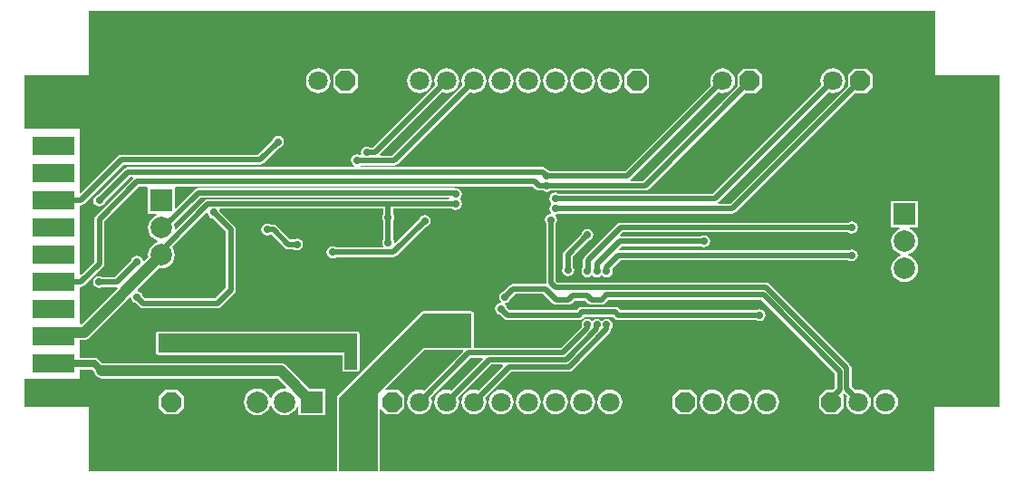
<source format=gbl>
G04*
G04 #@! TF.GenerationSoftware,Altium Limited,Altium Designer,19.1.8 (144)*
G04*
G04 Layer_Physical_Order=2*
G04 Layer_Color=16711680*
%FSLAX44Y44*%
%MOMM*%
G71*
G01*
G75*
%ADD43R,4.0000X1.8000*%
%ADD49C,0.5000*%
%ADD50C,0.7000*%
%ADD51C,1.0000*%
%ADD53R,2.0000X2.0000*%
%ADD54C,2.0000*%
%ADD55R,2.0000X2.0000*%
%ADD56P,1.9483X8X22.5*%
%ADD57C,1.8000*%
%ADD58C,0.7000*%
G36*
X856000Y375000D02*
X916000D01*
Y65000D01*
X855000D01*
Y5000D01*
X337039D01*
X337039Y62615D01*
X338309Y63141D01*
X342950Y58500D01*
X354450D01*
X360200Y64250D01*
Y75750D01*
X354450Y81500D01*
X343180D01*
X342444Y82560D01*
X378433Y118549D01*
X414501D01*
X414987Y117376D01*
X378313Y80702D01*
X377102Y81204D01*
X374100Y81599D01*
X371098Y81204D01*
X368300Y80045D01*
X365898Y78202D01*
X364055Y75799D01*
X362896Y73002D01*
X362501Y70000D01*
X362896Y66998D01*
X364055Y64200D01*
X365898Y61798D01*
X368300Y59955D01*
X371098Y58796D01*
X374100Y58401D01*
X377102Y58796D01*
X379900Y59955D01*
X382302Y61798D01*
X384145Y64200D01*
X385304Y66998D01*
X385699Y70000D01*
X385304Y73002D01*
X384802Y74213D01*
X422001Y111412D01*
X432764D01*
X433250Y110239D01*
X403713Y80702D01*
X402502Y81204D01*
X399500Y81599D01*
X396498Y81204D01*
X393700Y80045D01*
X391298Y78202D01*
X389455Y75799D01*
X388296Y73002D01*
X387901Y70000D01*
X388296Y66998D01*
X389455Y64200D01*
X391298Y61798D01*
X393700Y59955D01*
X396498Y58796D01*
X399500Y58401D01*
X402502Y58796D01*
X405300Y59955D01*
X407702Y61798D01*
X409545Y64200D01*
X410704Y66998D01*
X411099Y70000D01*
X410704Y73002D01*
X410202Y74213D01*
X440901Y104912D01*
X451664D01*
X452150Y103738D01*
X429114Y80702D01*
X427902Y81204D01*
X424900Y81599D01*
X421898Y81204D01*
X419100Y80045D01*
X416698Y78202D01*
X414855Y75799D01*
X413696Y73002D01*
X413301Y70000D01*
X413696Y66998D01*
X414855Y64200D01*
X416698Y61798D01*
X419100Y59955D01*
X421898Y58796D01*
X424900Y58401D01*
X427902Y58796D01*
X430700Y59955D01*
X433102Y61798D01*
X434945Y64200D01*
X436104Y66998D01*
X436499Y70000D01*
X436104Y73002D01*
X435602Y74213D01*
X459801Y98412D01*
X513692D01*
X515448Y98761D01*
X516937Y99756D01*
X551862Y134681D01*
X552856Y136169D01*
X553205Y137925D01*
Y138394D01*
X554181Y139854D01*
X554608Y142000D01*
X554181Y144146D01*
X552965Y145965D01*
X551146Y147181D01*
X549000Y147608D01*
X546854Y147181D01*
X545035Y145965D01*
X544501Y146046D01*
X543648Y146176D01*
X542772Y146761D01*
X542145Y147180D01*
X539999Y147607D01*
X537853Y147180D01*
X536351Y146177D01*
X534965Y145965D01*
X533146Y147181D01*
X531000Y147608D01*
X528854Y147181D01*
X527035Y145965D01*
X525819Y144146D01*
X525392Y142000D01*
X525795Y139976D01*
X506407Y120588D01*
X424900D01*
Y152756D01*
X424745Y153536D01*
X424303Y154198D01*
X423641Y154640D01*
X422861Y154795D01*
X377756D01*
X376975Y154640D01*
X376314Y154198D01*
X376314Y154198D01*
X317558Y95442D01*
X297558Y75442D01*
X297116Y74780D01*
X296961Y74000D01*
X296961Y5000D01*
X296961Y5000D01*
X65000D01*
Y65000D01*
X5000D01*
Y92000D01*
X57000D01*
Y100142D01*
X67927D01*
X70072Y97998D01*
X70180Y97173D01*
X70886Y95470D01*
X72008Y94008D01*
X73470Y92886D01*
X75173Y92180D01*
X77000Y91940D01*
X241475D01*
X249835Y83579D01*
X249274Y82440D01*
X248000Y82608D01*
X244736Y82178D01*
X241696Y80919D01*
X239084Y78915D01*
X237081Y76304D01*
X235951Y73577D01*
X235950Y73577D01*
X234650D01*
X234648Y73577D01*
X233518Y76304D01*
X231515Y78915D01*
X228904Y80919D01*
X225863Y82178D01*
X222600Y82608D01*
X219336Y82178D01*
X216296Y80919D01*
X213685Y78915D01*
X211681Y76304D01*
X210421Y73263D01*
X209992Y70000D01*
X210421Y66737D01*
X211681Y63696D01*
X213685Y61085D01*
X216296Y59081D01*
X219336Y57822D01*
X222600Y57392D01*
X225863Y57822D01*
X228904Y59081D01*
X231515Y61085D01*
X233518Y63696D01*
X234648Y66423D01*
X234650Y66423D01*
X235950D01*
X235951Y66423D01*
X237081Y63696D01*
X239084Y61085D01*
X241696Y59081D01*
X244736Y57822D01*
X248000Y57392D01*
X251263Y57822D01*
X254303Y59081D01*
X256915Y61085D01*
X258918Y63696D01*
X259630Y65413D01*
X260900Y65160D01*
Y57500D01*
X285900D01*
Y82500D01*
X270884D01*
X249392Y103993D01*
X247930Y105114D01*
X246227Y105820D01*
X244400Y106060D01*
X77870D01*
X74215Y109715D01*
X72396Y110931D01*
X70250Y111357D01*
X57000D01*
Y128089D01*
X60850D01*
X62677Y128330D01*
X64380Y129035D01*
X65842Y130157D01*
X103195Y167510D01*
X104573Y167092D01*
X104819Y165854D01*
X106035Y164035D01*
X107854Y162819D01*
X108900Y162611D01*
X112756Y158756D01*
X114244Y157761D01*
X116000Y157412D01*
X185000D01*
X186756Y157761D01*
X188244Y158756D01*
X201244Y171756D01*
X202239Y173244D01*
X202588Y175000D01*
Y231000D01*
X202239Y232756D01*
X201244Y234244D01*
X187389Y248100D01*
X187181Y249146D01*
X187083Y249292D01*
X187682Y250412D01*
X340412D01*
Y245533D01*
X339819Y244646D01*
X339392Y242500D01*
X339819Y240354D01*
X340412Y239467D01*
Y222033D01*
X339819Y221146D01*
X339392Y219000D01*
X339819Y216854D01*
X340636Y215632D01*
X339957Y214362D01*
X296033D01*
X295146Y214955D01*
X293000Y215382D01*
X290854Y214955D01*
X289035Y213739D01*
X287819Y211920D01*
X287392Y209774D01*
X287819Y207628D01*
X289035Y205809D01*
X290854Y204593D01*
X293000Y204166D01*
X295146Y204593D01*
X296033Y205186D01*
X349774D01*
X351530Y205535D01*
X353018Y206530D01*
X380100Y233611D01*
X381146Y233819D01*
X382965Y235035D01*
X384181Y236854D01*
X384608Y239000D01*
X384181Y241146D01*
X382965Y242965D01*
X381146Y244181D01*
X379000Y244608D01*
X376854Y244181D01*
X375035Y242965D01*
X373819Y241146D01*
X373611Y240100D01*
X351752Y218240D01*
X350581Y218866D01*
X350608Y219000D01*
X350181Y221146D01*
X349588Y222033D01*
Y239467D01*
X350181Y240354D01*
X350608Y242500D01*
X350181Y244646D01*
X349588Y245533D01*
Y250412D01*
X404967D01*
X405854Y249819D01*
X408000Y249392D01*
X410146Y249819D01*
X411965Y251035D01*
X413181Y252854D01*
X413608Y255000D01*
X413181Y257146D01*
X411965Y258965D01*
Y260035D01*
X413181Y261854D01*
X413608Y264000D01*
X413181Y266146D01*
X411965Y267965D01*
X410146Y269181D01*
X408644Y269480D01*
X408256Y269739D01*
X406500Y270088D01*
X167471D01*
X165715Y269739D01*
X164227Y268744D01*
X146673Y251191D01*
X145500Y251677D01*
Y270600D01*
X146434Y271412D01*
X480099D01*
X482756Y268756D01*
X484244Y267761D01*
X486000Y267412D01*
X489966D01*
X490853Y266819D01*
X492999Y266392D01*
X495145Y266819D01*
X496032Y267412D01*
X584800D01*
X586556Y267761D01*
X588044Y268756D01*
X677789Y358500D01*
X688550D01*
X694300Y364250D01*
Y375750D01*
X688550Y381500D01*
X677050D01*
X671300Y375750D01*
Y364989D01*
X582900Y276588D01*
X572183D01*
X571796Y277427D01*
X571747Y277858D01*
X653186Y359298D01*
X654398Y358796D01*
X657400Y358401D01*
X660402Y358796D01*
X663200Y359955D01*
X665602Y361798D01*
X667445Y364200D01*
X668604Y366998D01*
X668999Y370000D01*
X668604Y373002D01*
X667445Y375800D01*
X665602Y378202D01*
X663200Y380045D01*
X660402Y381204D01*
X657400Y381599D01*
X654398Y381204D01*
X651600Y380045D01*
X649198Y378202D01*
X647355Y375800D01*
X646196Y373002D01*
X645801Y370000D01*
X646196Y366998D01*
X646698Y365786D01*
X566499Y285588D01*
X496032D01*
X495145Y286181D01*
X494099Y286389D01*
X492243Y288244D01*
X490755Y289239D01*
X488999Y289588D01*
X319587D01*
X319145Y290858D01*
X319213Y290912D01*
X350400D01*
X352156Y291261D01*
X353644Y292256D01*
X420686Y359298D01*
X421898Y358796D01*
X424900Y358401D01*
X427902Y358796D01*
X430700Y359955D01*
X433102Y361798D01*
X434945Y364200D01*
X436104Y366998D01*
X436499Y370000D01*
X436104Y373002D01*
X434945Y375799D01*
X433102Y378202D01*
X430700Y380045D01*
X427902Y381204D01*
X424900Y381599D01*
X421898Y381204D01*
X419100Y380045D01*
X416698Y378202D01*
X414855Y375799D01*
X413696Y373002D01*
X413301Y370000D01*
X413696Y366998D01*
X414198Y365786D01*
X348500Y300088D01*
X337736D01*
X337250Y301262D01*
X395286Y359298D01*
X396498Y358796D01*
X399500Y358401D01*
X402502Y358796D01*
X405300Y359955D01*
X407702Y361798D01*
X409545Y364200D01*
X410704Y366998D01*
X411099Y370000D01*
X410704Y373002D01*
X409545Y375799D01*
X407702Y378202D01*
X405300Y380045D01*
X402502Y381204D01*
X399500Y381599D01*
X396498Y381204D01*
X393700Y380045D01*
X391298Y378202D01*
X389455Y375799D01*
X388296Y373002D01*
X387901Y370000D01*
X388296Y366998D01*
X388798Y365786D01*
X330600Y307588D01*
X328034D01*
X327146Y308181D01*
X325000Y308608D01*
X322854Y308181D01*
X321035Y306965D01*
X319820Y305146D01*
X319393Y303000D01*
X319719Y301358D01*
X319671Y301233D01*
X318667Y300467D01*
X317742Y301085D01*
X315596Y301512D01*
X313450Y301085D01*
X311630Y299870D01*
X310415Y298050D01*
X309988Y295904D01*
X310415Y293758D01*
X311630Y291939D01*
X313248Y290858D01*
X313174Y289966D01*
X313037Y289588D01*
X101900D01*
X100144Y289239D01*
X98656Y288244D01*
X73900Y263489D01*
X72854Y263281D01*
X71035Y262065D01*
X69819Y260246D01*
X69392Y258100D01*
X69819Y255954D01*
X71035Y254135D01*
X72854Y252919D01*
X75000Y252492D01*
X77146Y252919D01*
X78965Y254135D01*
X80181Y255954D01*
X80389Y257000D01*
X103801Y280412D01*
X106217D01*
X106604Y279573D01*
X106653Y279142D01*
X71756Y244244D01*
X70761Y242756D01*
X70412Y241000D01*
Y201100D01*
X58173Y188862D01*
X57000Y189348D01*
Y253562D01*
X57700D01*
X59456Y253911D01*
X60944Y254905D01*
X97760Y291721D01*
X225309D01*
X227064Y292070D01*
X228553Y293064D01*
X243100Y307611D01*
X244146Y307819D01*
X245965Y309035D01*
X247181Y310854D01*
X247608Y313000D01*
X247181Y315146D01*
X245965Y316965D01*
X244146Y318181D01*
X242000Y318608D01*
X239854Y318181D01*
X238035Y316965D01*
X236819Y315146D01*
X236611Y314100D01*
X223408Y300897D01*
X95859D01*
X94103Y300548D01*
X92615Y299553D01*
X58173Y265112D01*
X57000Y265598D01*
Y325000D01*
X5000D01*
Y375000D01*
X65000D01*
Y435000D01*
X856000D01*
Y375000D01*
D02*
G37*
G36*
X402105Y260858D02*
X401386Y259588D01*
X176513D01*
X174757Y259239D01*
X173269Y258244D01*
X146684Y231659D01*
X145545Y232221D01*
X145608Y232700D01*
X145178Y235963D01*
X144957Y236497D01*
X169371Y260912D01*
X402073D01*
X402105Y260858D01*
D02*
G37*
G36*
X120500Y270600D02*
Y245600D01*
X128160D01*
X128413Y244330D01*
X126696Y243619D01*
X124085Y241615D01*
X122081Y239004D01*
X120822Y235963D01*
X120392Y232700D01*
X120822Y229437D01*
X122081Y226396D01*
X124085Y223785D01*
X126696Y221781D01*
X129423Y220652D01*
X129423Y220650D01*
Y219350D01*
X129423Y219348D01*
X126696Y218218D01*
X124085Y216215D01*
X122081Y213604D01*
X120822Y210563D01*
X120392Y207300D01*
X120697Y204982D01*
X116976Y201261D01*
X115598Y201679D01*
X115306Y203146D01*
X114090Y204965D01*
X112271Y206181D01*
X110125Y206608D01*
X107979Y206181D01*
X106160Y204965D01*
X104944Y203146D01*
X104767Y202256D01*
X89150Y186638D01*
X77883D01*
X76996Y187231D01*
X74850Y187658D01*
X72704Y187231D01*
X70884Y186015D01*
X69669Y184196D01*
X69242Y182050D01*
X69669Y179904D01*
X70884Y178085D01*
X72704Y176869D01*
X74850Y176442D01*
X76996Y176869D01*
X77883Y177462D01*
X91050D01*
X91463Y177544D01*
X92089Y176374D01*
X58270Y142555D01*
X57000Y143042D01*
Y177312D01*
X57700D01*
X59456Y177661D01*
X60944Y178655D01*
X78244Y195955D01*
X79239Y197444D01*
X79588Y199200D01*
Y239100D01*
X111901Y271412D01*
X119566D01*
X120500Y270600D01*
D02*
G37*
G36*
X176460Y246662D02*
X176819Y244854D01*
X178035Y243035D01*
X179854Y241819D01*
X180900Y241611D01*
X193412Y229100D01*
Y176901D01*
X183099Y166588D01*
X117900D01*
X115389Y169100D01*
X115181Y170146D01*
X113965Y171965D01*
X112146Y173181D01*
X110908Y173427D01*
X110490Y174805D01*
X130682Y194997D01*
X133000Y194692D01*
X136263Y195121D01*
X139304Y196381D01*
X141915Y198385D01*
X143919Y200996D01*
X145178Y204037D01*
X145608Y207300D01*
X145178Y210563D01*
X143919Y213604D01*
X142914Y214912D01*
X175244Y247242D01*
X176460Y246662D01*
D02*
G37*
G36*
X422861Y120588D02*
X377588D01*
X335000Y78000D01*
X335000Y5000D01*
X299000Y5000D01*
X299000Y74000D01*
X319000Y94000D01*
X377756Y152756D01*
X422861D01*
Y120588D01*
D02*
G37*
%LPC*%
G36*
X310750Y381500D02*
X299250D01*
X293500Y375750D01*
Y364250D01*
X299250Y358500D01*
X310750D01*
X316500Y364250D01*
Y375750D01*
X310750Y381500D01*
D02*
G37*
G36*
X583050Y381500D02*
X571550D01*
X565800Y375750D01*
Y364250D01*
X571550Y358500D01*
X583050D01*
X588800Y364250D01*
Y375750D01*
X583050Y381500D01*
D02*
G37*
G36*
X279600Y381599D02*
X276598Y381204D01*
X273800Y380045D01*
X271398Y378202D01*
X269555Y375800D01*
X268396Y373002D01*
X268001Y370000D01*
X268396Y366998D01*
X269555Y364200D01*
X271398Y361798D01*
X273800Y359955D01*
X276598Y358796D01*
X279600Y358401D01*
X282602Y358796D01*
X285400Y359955D01*
X287802Y361798D01*
X289645Y364200D01*
X290804Y366998D01*
X291199Y370000D01*
X290804Y373002D01*
X289645Y375800D01*
X287802Y378202D01*
X285400Y380045D01*
X282602Y381204D01*
X279600Y381599D01*
D02*
G37*
G36*
X551900Y381599D02*
X548898Y381204D01*
X546100Y380045D01*
X543698Y378202D01*
X541855Y375799D01*
X540696Y373002D01*
X540301Y370000D01*
X540696Y366998D01*
X541855Y364200D01*
X543698Y361798D01*
X546100Y359955D01*
X548898Y358796D01*
X551900Y358401D01*
X554902Y358796D01*
X557700Y359955D01*
X560102Y361798D01*
X561945Y364200D01*
X563104Y366998D01*
X563499Y370000D01*
X563104Y373002D01*
X561945Y375799D01*
X560102Y378202D01*
X557700Y380045D01*
X554902Y381204D01*
X551900Y381599D01*
D02*
G37*
G36*
X526500D02*
X523498Y381204D01*
X520700Y380045D01*
X518298Y378202D01*
X516455Y375799D01*
X515296Y373002D01*
X514901Y370000D01*
X515296Y366998D01*
X516455Y364200D01*
X518298Y361798D01*
X520700Y359955D01*
X523498Y358796D01*
X526500Y358401D01*
X529502Y358796D01*
X532300Y359955D01*
X534702Y361798D01*
X536545Y364200D01*
X537704Y366998D01*
X538099Y370000D01*
X537704Y373002D01*
X536545Y375799D01*
X534702Y378202D01*
X532300Y380045D01*
X529502Y381204D01*
X526500Y381599D01*
D02*
G37*
G36*
X501100D02*
X498098Y381204D01*
X495300Y380045D01*
X492898Y378202D01*
X491055Y375799D01*
X489896Y373002D01*
X489501Y370000D01*
X489896Y366998D01*
X491055Y364200D01*
X492898Y361798D01*
X495300Y359955D01*
X498098Y358796D01*
X501100Y358401D01*
X504102Y358796D01*
X506900Y359955D01*
X509302Y361798D01*
X511145Y364200D01*
X512304Y366998D01*
X512699Y370000D01*
X512304Y373002D01*
X511145Y375799D01*
X509302Y378202D01*
X506900Y380045D01*
X504102Y381204D01*
X501100Y381599D01*
D02*
G37*
G36*
X475700D02*
X472698Y381204D01*
X469900Y380045D01*
X467498Y378202D01*
X465655Y375799D01*
X464496Y373002D01*
X464101Y370000D01*
X464496Y366998D01*
X465655Y364200D01*
X467498Y361798D01*
X469900Y359955D01*
X472698Y358796D01*
X475700Y358401D01*
X478702Y358796D01*
X481500Y359955D01*
X483902Y361798D01*
X485745Y364200D01*
X486904Y366998D01*
X487299Y370000D01*
X486904Y373002D01*
X485745Y375799D01*
X483902Y378202D01*
X481500Y380045D01*
X478702Y381204D01*
X475700Y381599D01*
D02*
G37*
G36*
X450300D02*
X447298Y381204D01*
X444500Y380045D01*
X442098Y378202D01*
X440255Y375799D01*
X439096Y373002D01*
X438701Y370000D01*
X439096Y366998D01*
X440255Y364200D01*
X442098Y361798D01*
X444500Y359955D01*
X447298Y358796D01*
X450300Y358401D01*
X453302Y358796D01*
X456100Y359955D01*
X458502Y361798D01*
X460345Y364200D01*
X461504Y366998D01*
X461899Y370000D01*
X461504Y373002D01*
X460345Y375799D01*
X458502Y378202D01*
X456100Y380045D01*
X453302Y381204D01*
X450300Y381599D01*
D02*
G37*
G36*
X374100D02*
X371098Y381204D01*
X368300Y380045D01*
X365898Y378202D01*
X364055Y375799D01*
X362896Y373002D01*
X362501Y370000D01*
X362896Y366998D01*
X364055Y364200D01*
X365898Y361798D01*
X368300Y359955D01*
X371098Y358796D01*
X374100Y358401D01*
X377102Y358796D01*
X379900Y359955D01*
X382302Y361798D01*
X384145Y364200D01*
X385304Y366998D01*
X385699Y370000D01*
X385304Y373002D01*
X384145Y375799D01*
X382302Y378202D01*
X379900Y380045D01*
X377102Y381204D01*
X374100Y381599D01*
D02*
G37*
G36*
X760400Y381599D02*
X757398Y381204D01*
X754600Y380045D01*
X752198Y378202D01*
X750355Y375800D01*
X749196Y373002D01*
X748801Y370000D01*
X749196Y366998D01*
X749698Y365786D01*
X648498Y264587D01*
X504032D01*
X503145Y265180D01*
X500999Y265607D01*
X498853Y265180D01*
X497034Y263964D01*
X496209Y262730D01*
X495818Y262145D01*
X495391Y259999D01*
X495818Y257853D01*
X497034Y256034D01*
X497259Y255883D01*
Y254814D01*
X497092Y254467D01*
X495918Y252710D01*
X495491Y250564D01*
X495918Y248418D01*
X496996Y246805D01*
X496736Y245929D01*
X496484Y245505D01*
X494854Y245181D01*
X493035Y243965D01*
X491819Y242146D01*
X491392Y240000D01*
X491819Y237854D01*
X492412Y236967D01*
Y181463D01*
X491767Y180678D01*
X491266Y180350D01*
X461794D01*
X460038Y180000D01*
X458549Y179006D01*
X452940Y173397D01*
X451853Y173181D01*
X450034Y171965D01*
X448818Y170146D01*
X448391Y168000D01*
X448818Y165854D01*
X450034Y164034D01*
X450360Y163816D01*
X450350Y163605D01*
X449979Y162544D01*
X448154Y162181D01*
X446335Y160965D01*
X445119Y159146D01*
X444692Y157000D01*
X445119Y154854D01*
X446335Y153035D01*
X448154Y151819D01*
X449200Y151611D01*
X453056Y147756D01*
X454544Y146761D01*
X456300Y146412D01*
X523000D01*
X524756Y146761D01*
X526244Y147756D01*
X527901Y149412D01*
X555116D01*
X556772Y147756D01*
X558260Y146761D01*
X560016Y146412D01*
X688967D01*
X689854Y145819D01*
X692000Y145392D01*
X694146Y145819D01*
X695965Y147035D01*
X697181Y148854D01*
X697608Y151000D01*
X697181Y153146D01*
X695965Y154965D01*
X694146Y156181D01*
X692000Y156608D01*
X689854Y156181D01*
X688967Y155588D01*
X561917D01*
X560260Y157244D01*
X558772Y158239D01*
X557016Y158588D01*
X526000D01*
X524244Y158239D01*
X522756Y157244D01*
X521100Y155588D01*
X458200D01*
X455689Y158100D01*
X455481Y159146D01*
X454265Y160965D01*
X453938Y161184D01*
X453949Y161395D01*
X454320Y162456D01*
X456145Y162819D01*
X457964Y164034D01*
X459180Y165854D01*
X459380Y166859D01*
X463694Y171173D01*
X489597D01*
X498603Y162167D01*
X500092Y161173D01*
X501847Y160824D01*
X513251D01*
X515006Y161173D01*
X516495Y162167D01*
X519151Y164823D01*
X529100D01*
X531755Y162167D01*
X533244Y161173D01*
X535000Y160824D01*
X544029D01*
X545785Y161173D01*
X547273Y162167D01*
X550518Y165412D01*
X693706D01*
X762312Y96806D01*
Y82936D01*
X760876Y81500D01*
X753150D01*
X747400Y75750D01*
Y64250D01*
X753150Y58500D01*
X764650D01*
X770400Y64250D01*
Y75750D01*
X769251Y76898D01*
X770144Y77791D01*
X770153Y77804D01*
X771417Y77929D01*
X774047Y75299D01*
X773096Y73002D01*
X772701Y70000D01*
X773096Y66998D01*
X774255Y64200D01*
X776098Y61798D01*
X778500Y59955D01*
X781298Y58796D01*
X784300Y58401D01*
X787302Y58796D01*
X790100Y59955D01*
X792502Y61798D01*
X794345Y64200D01*
X795504Y66998D01*
X795899Y70000D01*
X795504Y73002D01*
X794345Y75800D01*
X792502Y78202D01*
X790100Y80045D01*
X787302Y81204D01*
X784300Y81599D01*
X781298Y81204D01*
X781171Y81152D01*
X777988Y84335D01*
Y101399D01*
X777639Y103155D01*
X776644Y104643D01*
X701043Y180244D01*
X699555Y181239D01*
X697799Y181588D01*
X503000D01*
X501588Y183001D01*
Y236967D01*
X502181Y237854D01*
X502608Y240000D01*
X502181Y242146D01*
X501103Y243759D01*
X501363Y244635D01*
X501615Y245059D01*
X503245Y245383D01*
X504132Y245976D01*
X666364D01*
X668120Y246325D01*
X669608Y247319D01*
X780789Y358500D01*
X791550D01*
X797300Y364250D01*
Y375750D01*
X791550Y381500D01*
X780050D01*
X774300Y375750D01*
Y364989D01*
X664463Y255152D01*
X653531D01*
X653145Y256422D01*
X653643Y256755D01*
X756186Y359298D01*
X757398Y358796D01*
X760400Y358401D01*
X763402Y358796D01*
X766200Y359955D01*
X768602Y361798D01*
X770445Y364200D01*
X771604Y366998D01*
X771999Y370000D01*
X771604Y373002D01*
X770445Y375800D01*
X768602Y378202D01*
X766200Y380045D01*
X763402Y381204D01*
X760400Y381599D01*
D02*
G37*
G36*
X778000Y238608D02*
X775854Y238181D01*
X774967Y237588D01*
X562192D01*
X560437Y237239D01*
X558948Y236244D01*
X528138Y205435D01*
X527144Y203946D01*
X526795Y202190D01*
Y195606D01*
X525819Y194146D01*
X525392Y192000D01*
X525819Y189854D01*
X527035Y188035D01*
X528854Y186819D01*
X531000Y186392D01*
X533146Y186819D01*
X534649Y187823D01*
X535500Y187953D01*
X536351Y187823D01*
X537854Y186819D01*
X540000Y186392D01*
X542146Y186819D01*
X543649Y187823D01*
X544500Y187953D01*
X545351Y187823D01*
X546854Y186819D01*
X549000Y186392D01*
X551146Y186819D01*
X552965Y188035D01*
X554181Y189854D01*
X554608Y192000D01*
X554181Y194146D01*
X553969Y194464D01*
D01*
X561917Y202412D01*
X774967D01*
X775854Y201819D01*
X778000Y201392D01*
X780146Y201819D01*
X781965Y203035D01*
X783181Y204854D01*
X783608Y207000D01*
X783181Y209146D01*
X781965Y210965D01*
X780146Y212181D01*
X778000Y212608D01*
X775854Y212181D01*
X774967Y211588D01*
X560989D01*
X560463Y212858D01*
X563017Y215412D01*
X636967D01*
X637854Y214819D01*
X640000Y214392D01*
X642146Y214819D01*
X643965Y216035D01*
X645181Y217854D01*
X645608Y220000D01*
X645181Y222146D01*
X643965Y223965D01*
X642146Y225181D01*
X640000Y225608D01*
X637854Y225181D01*
X636967Y224588D01*
X562065D01*
X561539Y225858D01*
X564093Y228412D01*
X774967D01*
X775854Y227819D01*
X778000Y227392D01*
X780146Y227819D01*
X781965Y229035D01*
X783181Y230854D01*
X783608Y233000D01*
X783181Y235146D01*
X781965Y236965D01*
X780146Y238181D01*
X778000Y238608D01*
D02*
G37*
G36*
X232000Y236608D02*
X229854Y236181D01*
X228035Y234965D01*
X226819Y233146D01*
X226392Y231000D01*
X226819Y228854D01*
X228035Y227035D01*
X229854Y225819D01*
X232000Y225392D01*
X234146Y225819D01*
X235033Y226412D01*
X235638D01*
X248081Y213969D01*
X249569Y212974D01*
X251325Y212625D01*
X256746D01*
X257633Y212032D01*
X259779Y211605D01*
X261925Y212032D01*
X263745Y213248D01*
X264960Y215067D01*
X265387Y217213D01*
X264960Y219359D01*
X263745Y221178D01*
X261925Y222394D01*
X259779Y222821D01*
X257633Y222394D01*
X256746Y221801D01*
X253226D01*
X240783Y234244D01*
X239294Y235239D01*
X237538Y235588D01*
X235033D01*
X234146Y236181D01*
X232000Y236608D01*
D02*
G37*
G36*
X531000Y231608D02*
X528854Y231181D01*
X527035Y229965D01*
X525819Y228146D01*
X525611Y227100D01*
X509756Y211244D01*
X508761Y209756D01*
X508412Y208000D01*
Y196033D01*
X507819Y195146D01*
X507392Y193000D01*
X507819Y190854D01*
X509035Y189035D01*
X510854Y187819D01*
X513000Y187392D01*
X515146Y187819D01*
X516965Y189035D01*
X518181Y190854D01*
X518608Y193000D01*
X518181Y195146D01*
X517588Y196033D01*
Y206099D01*
X532100Y220611D01*
X533146Y220819D01*
X534965Y222035D01*
X536181Y223854D01*
X536608Y226000D01*
X536181Y228146D01*
X534965Y229965D01*
X533146Y231181D01*
X531000Y231608D01*
D02*
G37*
G36*
X839800Y257900D02*
X814800D01*
Y232900D01*
X822461D01*
X822713Y231630D01*
X820996Y230919D01*
X818385Y228915D01*
X816381Y226304D01*
X815122Y223263D01*
X814692Y220000D01*
X815122Y216737D01*
X816381Y213696D01*
X818385Y211085D01*
X820996Y209081D01*
X823723Y207952D01*
X823723Y207950D01*
Y206650D01*
X823723Y206648D01*
X820996Y205518D01*
X818385Y203515D01*
X816381Y200904D01*
X815122Y197863D01*
X814692Y194600D01*
X815122Y191337D01*
X816381Y188296D01*
X818385Y185685D01*
X820996Y183681D01*
X824037Y182421D01*
X827300Y181992D01*
X830563Y182421D01*
X833604Y183681D01*
X836215Y185685D01*
X838219Y188296D01*
X839478Y191337D01*
X839908Y194600D01*
X839478Y197863D01*
X838219Y200904D01*
X836215Y203515D01*
X833604Y205518D01*
X830877Y206648D01*
X830877Y206650D01*
Y207950D01*
X830877Y207952D01*
X833604Y209081D01*
X836215Y211085D01*
X838219Y213696D01*
X839478Y216737D01*
X839908Y220000D01*
X839478Y223263D01*
X838219Y226304D01*
X836215Y228915D01*
X833604Y230919D01*
X831887Y231630D01*
X832140Y232900D01*
X839800D01*
Y257900D01*
D02*
G37*
G36*
X316000Y136039D02*
X130000D01*
X129220Y135884D01*
X128558Y135442D01*
X128116Y134780D01*
X127961Y134000D01*
Y116000D01*
X128116Y115220D01*
X128558Y114558D01*
X129220Y114116D01*
X130000Y113961D01*
X301961D01*
Y100000D01*
X302116Y99220D01*
X302558Y98558D01*
X303220Y98116D01*
X304000Y97961D01*
X316000D01*
X316780Y98116D01*
X317442Y98558D01*
X317884Y99220D01*
X318039Y100000D01*
Y134000D01*
X317884Y134780D01*
X317442Y135442D01*
X316780Y135884D01*
X316000Y136039D01*
D02*
G37*
G36*
X627950Y81500D02*
X616450D01*
X610700Y75750D01*
Y64250D01*
X616450Y58500D01*
X627950D01*
X633700Y64250D01*
Y75750D01*
X627950Y81500D01*
D02*
G37*
G36*
X148050Y81500D02*
X136550D01*
X130800Y75750D01*
Y64250D01*
X136550Y58500D01*
X148050D01*
X153800Y64250D01*
Y75750D01*
X148050Y81500D01*
D02*
G37*
G36*
X698400Y81599D02*
X695398Y81204D01*
X692600Y80045D01*
X690198Y78202D01*
X688355Y75800D01*
X687196Y73002D01*
X686801Y70000D01*
X687196Y66998D01*
X688355Y64200D01*
X690198Y61798D01*
X692600Y59955D01*
X695398Y58796D01*
X698400Y58401D01*
X701402Y58796D01*
X704200Y59955D01*
X706602Y61798D01*
X708445Y64200D01*
X709604Y66998D01*
X709999Y70000D01*
X709604Y73002D01*
X708445Y75800D01*
X706602Y78202D01*
X704200Y80045D01*
X701402Y81204D01*
X698400Y81599D01*
D02*
G37*
G36*
X673000D02*
X669998Y81204D01*
X667200Y80045D01*
X664798Y78202D01*
X662955Y75800D01*
X661796Y73002D01*
X661401Y70000D01*
X661796Y66998D01*
X662955Y64200D01*
X664798Y61798D01*
X667200Y59955D01*
X669998Y58796D01*
X673000Y58401D01*
X676002Y58796D01*
X678800Y59955D01*
X681202Y61798D01*
X683045Y64200D01*
X684204Y66998D01*
X684599Y70000D01*
X684204Y73002D01*
X683045Y75800D01*
X681202Y78202D01*
X678800Y80045D01*
X676002Y81204D01*
X673000Y81599D01*
D02*
G37*
G36*
X647600D02*
X644598Y81204D01*
X641800Y80045D01*
X639398Y78202D01*
X637555Y75800D01*
X636396Y73002D01*
X636001Y70000D01*
X636396Y66998D01*
X637555Y64200D01*
X639398Y61798D01*
X641800Y59955D01*
X644598Y58796D01*
X647600Y58401D01*
X650602Y58796D01*
X653400Y59955D01*
X655802Y61798D01*
X657645Y64200D01*
X658804Y66998D01*
X659199Y70000D01*
X658804Y73002D01*
X657645Y75800D01*
X655802Y78202D01*
X653400Y80045D01*
X650602Y81204D01*
X647600Y81599D01*
D02*
G37*
G36*
X809700Y81599D02*
X806698Y81204D01*
X803900Y80045D01*
X801498Y78202D01*
X799655Y75800D01*
X798496Y73002D01*
X798101Y70000D01*
X798496Y66998D01*
X799655Y64200D01*
X801498Y61798D01*
X803900Y59955D01*
X806698Y58796D01*
X809700Y58401D01*
X812702Y58796D01*
X815500Y59955D01*
X817902Y61798D01*
X819745Y64200D01*
X820904Y66998D01*
X821299Y70000D01*
X820904Y73002D01*
X819745Y75800D01*
X817902Y78202D01*
X815500Y80045D01*
X812702Y81204D01*
X809700Y81599D01*
D02*
G37*
G36*
X551900Y81599D02*
X548898Y81204D01*
X546100Y80045D01*
X543698Y78202D01*
X541855Y75799D01*
X540696Y73002D01*
X540301Y70000D01*
X540696Y66998D01*
X541855Y64200D01*
X543698Y61798D01*
X546100Y59955D01*
X548898Y58796D01*
X551900Y58401D01*
X554902Y58796D01*
X557700Y59955D01*
X560102Y61798D01*
X561945Y64200D01*
X563104Y66998D01*
X563499Y70000D01*
X563104Y73002D01*
X561945Y75799D01*
X560102Y78202D01*
X557700Y80045D01*
X554902Y81204D01*
X551900Y81599D01*
D02*
G37*
G36*
X526500D02*
X523498Y81204D01*
X520700Y80045D01*
X518298Y78202D01*
X516455Y75799D01*
X515296Y73002D01*
X514901Y70000D01*
X515296Y66998D01*
X516455Y64200D01*
X518298Y61798D01*
X520700Y59955D01*
X523498Y58796D01*
X526500Y58401D01*
X529502Y58796D01*
X532300Y59955D01*
X534702Y61798D01*
X536545Y64200D01*
X537704Y66998D01*
X538099Y70000D01*
X537704Y73002D01*
X536545Y75799D01*
X534702Y78202D01*
X532300Y80045D01*
X529502Y81204D01*
X526500Y81599D01*
D02*
G37*
G36*
X501100D02*
X498098Y81204D01*
X495300Y80045D01*
X492898Y78202D01*
X491055Y75799D01*
X489896Y73002D01*
X489501Y70000D01*
X489896Y66998D01*
X491055Y64200D01*
X492898Y61798D01*
X495300Y59955D01*
X498098Y58796D01*
X501100Y58401D01*
X504102Y58796D01*
X506900Y59955D01*
X509302Y61798D01*
X511145Y64200D01*
X512304Y66998D01*
X512699Y70000D01*
X512304Y73002D01*
X511145Y75799D01*
X509302Y78202D01*
X506900Y80045D01*
X504102Y81204D01*
X501100Y81599D01*
D02*
G37*
G36*
X475700D02*
X472698Y81204D01*
X469900Y80045D01*
X467498Y78202D01*
X465655Y75799D01*
X464496Y73002D01*
X464101Y70000D01*
X464496Y66998D01*
X465655Y64200D01*
X467498Y61798D01*
X469900Y59955D01*
X472698Y58796D01*
X475700Y58401D01*
X478702Y58796D01*
X481500Y59955D01*
X483902Y61798D01*
X485745Y64200D01*
X486904Y66998D01*
X487299Y70000D01*
X486904Y73002D01*
X485745Y75799D01*
X483902Y78202D01*
X481500Y80045D01*
X478702Y81204D01*
X475700Y81599D01*
D02*
G37*
G36*
X450300D02*
X447298Y81204D01*
X444500Y80045D01*
X442098Y78202D01*
X440255Y75799D01*
X439096Y73002D01*
X438701Y70000D01*
X439096Y66998D01*
X440255Y64200D01*
X442098Y61798D01*
X444500Y59955D01*
X447298Y58796D01*
X450300Y58401D01*
X453302Y58796D01*
X456100Y59955D01*
X458502Y61798D01*
X460345Y64200D01*
X461504Y66998D01*
X461899Y70000D01*
X461504Y73002D01*
X460345Y75799D01*
X458502Y78202D01*
X456100Y80045D01*
X453302Y81204D01*
X450300Y81599D01*
D02*
G37*
%LPD*%
G36*
X316000Y100000D02*
X304000D01*
Y116000D01*
X130000D01*
Y134000D01*
X316000D01*
Y100000D01*
D02*
G37*
D43*
X32250Y334350D02*
D03*
Y308950D02*
D03*
Y283550D02*
D03*
Y258150D02*
D03*
Y232750D02*
D03*
Y207350D02*
D03*
Y181950D02*
D03*
Y156550D02*
D03*
Y131150D02*
D03*
Y105750D02*
D03*
D49*
X517250Y169411D02*
X531000D01*
X513251Y165412D02*
X517250Y169411D01*
X501847Y165412D02*
X513251D01*
X548617Y170000D02*
X695607D01*
X544029Y165412D02*
X548617Y170000D01*
X535000Y165412D02*
X544029D01*
X531000Y169411D02*
X535000Y165412D01*
X491498Y175762D02*
X501847Y165412D01*
X695607Y170000D02*
X766900Y98707D01*
X560016Y151000D02*
X692000D01*
X456300D02*
X523000D01*
X526000Y154000D01*
X557016D01*
X560016Y151000D01*
X450300Y157000D02*
X456300Y151000D01*
X454032Y168000D02*
X461794Y175762D01*
X491498D01*
X453999Y168000D02*
X454032D01*
X406500Y265500D02*
X408000Y264000D01*
X167471Y265500D02*
X406500D01*
X134671Y232700D02*
X167471Y265500D01*
X766900Y81035D02*
Y98707D01*
X758900Y73035D02*
X766900Y81035D01*
X758900Y70000D02*
Y73035D01*
X773400Y82435D02*
X784300Y71534D01*
Y70000D02*
Y71534D01*
X198000Y175000D02*
Y231000D01*
X185000Y162000D02*
X198000Y175000D01*
X116000Y162000D02*
X185000D01*
X182000Y247000D02*
X198000Y231000D01*
X110000Y168000D02*
X116000Y162000D01*
X110000Y201000D02*
X110125D01*
X91050Y182050D02*
X110000Y201000D01*
X74850Y182050D02*
X91050D01*
X57700Y181900D02*
X75000Y199200D01*
X32300Y181900D02*
X57700D01*
X75000Y199200D02*
Y241000D01*
X32250Y181950D02*
X32300Y181900D01*
X138542Y216901D02*
Y217029D01*
X133000Y211359D02*
X138542Y216901D01*
X133000Y207300D02*
Y211359D01*
X138542Y217029D02*
X176513Y255000D01*
X345000D01*
X237538Y231000D02*
X251325Y217213D01*
X259779D01*
X513000Y193000D02*
Y208000D01*
X531000Y226000D01*
X531383Y202190D02*
X562192Y233000D01*
X531383Y192383D02*
Y202190D01*
X531000Y192000D02*
X531383Y192383D01*
X562192Y233000D02*
X778000D01*
X325000Y303000D02*
X332500D01*
X316000Y295500D02*
X350400D01*
X315596Y295904D02*
X316000Y295500D01*
X350400D02*
X424900Y370000D01*
X332500Y303000D02*
X399500Y370000D01*
X345000Y242500D02*
Y255000D01*
Y219000D02*
Y242500D01*
Y255000D02*
X408000D01*
X95859Y296309D02*
X225309D01*
X57700Y258150D02*
X95859Y296309D01*
X32250Y258150D02*
X57700D01*
X225309Y296309D02*
X242000Y313000D01*
X75000Y241000D02*
X110000Y276000D01*
X486000Y272000D02*
X492999D01*
X482000Y276000D02*
X486000Y272000D01*
X110000Y276000D02*
X482000D01*
X488999Y285000D02*
X492999Y281000D01*
X75000Y258100D02*
X101900Y285000D01*
X488999D01*
X133000Y232700D02*
X134671D01*
X560016Y207000D02*
X778000D01*
X549000Y195984D02*
X560016Y207000D01*
X549000Y192000D02*
Y195984D01*
X778000Y207000D02*
X778000Y207000D01*
X513692Y103000D02*
X548617Y137925D01*
Y141617D01*
X549000Y142000D01*
X540000Y198884D02*
X561116Y220000D01*
X640000D01*
X540000Y192000D02*
Y198884D01*
X457900Y103000D02*
X513692D01*
X531000Y138692D02*
Y142000D01*
X539616Y141616D02*
X539999Y141999D01*
X508308Y116000D02*
X531000Y138692D01*
X511000Y109500D02*
X539616Y138116D01*
Y141616D01*
X420100Y116000D02*
X508308D01*
X424900Y70000D02*
X457900Y103000D01*
X439000Y109500D02*
X511000D01*
X399500Y70000D02*
X439000Y109500D01*
X374100Y70000D02*
X420100Y116000D01*
X568400Y281000D02*
X657400Y370000D01*
X492999Y281000D02*
X568400D01*
X584800Y272000D02*
X682800Y370000D01*
X492999Y272000D02*
X584800D01*
X650399Y259999D02*
X760400Y370000D01*
X500999Y259999D02*
X650399D01*
X666364Y250564D02*
X785800Y370000D01*
X501099Y250564D02*
X666364D01*
X501100Y177000D02*
X697799D01*
X773400Y101399D01*
Y82435D02*
Y101399D01*
X497000Y181100D02*
X501100Y177000D01*
X497000Y181100D02*
Y240000D01*
X349774Y209774D02*
X379000Y239000D01*
X293000Y209774D02*
X349774D01*
X232000Y231000D02*
X237538D01*
D50*
X70250Y105750D02*
X77000Y99000D01*
X32250Y105750D02*
X70250D01*
D51*
X60850Y135150D02*
X133000Y207300D01*
X36250Y135150D02*
X60850D01*
X32250Y131150D02*
X36250Y135150D01*
X77000Y99000D02*
X244400D01*
X273400Y70000D01*
D53*
X827300Y245400D02*
D03*
X133000Y258100D02*
D03*
D54*
X827300Y194600D02*
D03*
Y220000D02*
D03*
X852700D02*
D03*
Y194600D02*
D03*
Y245400D02*
D03*
X222600Y70000D02*
D03*
X248000D02*
D03*
X133000Y207300D02*
D03*
Y232700D02*
D03*
Y181900D02*
D03*
D55*
X273400Y70000D02*
D03*
D56*
X348700D02*
D03*
X785800Y370000D02*
D03*
X682800D02*
D03*
X577300Y370000D02*
D03*
X305000Y370000D02*
D03*
X622200Y70000D02*
D03*
X758900Y70000D02*
D03*
X142300D02*
D03*
D57*
X374100Y70000D02*
D03*
X399500D02*
D03*
X424900D02*
D03*
X450300D02*
D03*
X475700D02*
D03*
X501100D02*
D03*
X526500D02*
D03*
X551900D02*
D03*
X577300D02*
D03*
X735000Y370000D02*
D03*
X760400D02*
D03*
X632000D02*
D03*
X657400D02*
D03*
X551900Y370000D02*
D03*
X526500D02*
D03*
X501100D02*
D03*
X475700D02*
D03*
X450300D02*
D03*
X424900D02*
D03*
X399500D02*
D03*
X374100D02*
D03*
X348700D02*
D03*
X254200Y370000D02*
D03*
X279600D02*
D03*
X723800Y70000D02*
D03*
X647600D02*
D03*
X673000D02*
D03*
X698400D02*
D03*
X784300Y70000D02*
D03*
X809700D02*
D03*
X835100D02*
D03*
X167700D02*
D03*
D58*
X453999Y168000D02*
D03*
X450300Y157000D02*
D03*
X463000Y220000D02*
D03*
Y207500D02*
D03*
X450500D02*
D03*
Y220000D02*
D03*
Y232500D02*
D03*
X463000D02*
D03*
X475500Y232500D02*
D03*
Y220000D02*
D03*
Y207500D02*
D03*
X100000Y419999D02*
D03*
X107500Y404999D02*
D03*
X100000Y389999D02*
D03*
X107500Y374999D02*
D03*
X100000Y359999D02*
D03*
X107500Y344999D02*
D03*
X100000Y329999D02*
D03*
X107500Y314999D02*
D03*
X85000Y419999D02*
D03*
X92500Y404999D02*
D03*
X85000Y389999D02*
D03*
X92500Y374999D02*
D03*
X85000Y359999D02*
D03*
X92500Y344999D02*
D03*
X85000Y329999D02*
D03*
X92500Y314999D02*
D03*
X85000Y300000D02*
D03*
X70000Y419999D02*
D03*
X77500Y404999D02*
D03*
X70000Y389999D02*
D03*
X77500Y374999D02*
D03*
X70000Y359999D02*
D03*
X77500Y344999D02*
D03*
X70000Y329999D02*
D03*
X77500Y314999D02*
D03*
X70000Y300000D02*
D03*
X55000Y359999D02*
D03*
X40000D02*
D03*
X25000D02*
D03*
X10000D02*
D03*
X184250Y380000D02*
D03*
X199750D02*
D03*
X217001D02*
D03*
X232000D02*
D03*
Y362321D02*
D03*
X217001D02*
D03*
X199750D02*
D03*
X184250D02*
D03*
Y348000D02*
D03*
X199750D02*
D03*
X216850D02*
D03*
X232000D02*
D03*
X290854Y322950D02*
D03*
X302149D02*
D03*
Y308608D02*
D03*
X290854D02*
D03*
X418900Y308379D02*
D03*
Y298000D02*
D03*
X409000Y298541D02*
D03*
Y308379D02*
D03*
X399000D02*
D03*
X409000Y323000D02*
D03*
X403000Y316000D02*
D03*
X400000Y323892D02*
D03*
X392859Y317130D02*
D03*
X387000Y309967D02*
D03*
X579999Y44999D02*
D03*
X565000D02*
D03*
X550000D02*
D03*
X535000D02*
D03*
X520000D02*
D03*
X505000D02*
D03*
X490000D02*
D03*
X475000D02*
D03*
X460000D02*
D03*
X445000D02*
D03*
X430000D02*
D03*
X415000D02*
D03*
X400000D02*
D03*
X385000D02*
D03*
X370000D02*
D03*
X355000D02*
D03*
X902499Y359999D02*
D03*
X894999Y344999D02*
D03*
X902499Y329999D02*
D03*
X894999Y314999D02*
D03*
X902499Y300000D02*
D03*
X894999Y285000D02*
D03*
X902499Y270000D02*
D03*
X894999Y255000D02*
D03*
X902499Y240000D02*
D03*
X894999Y225000D02*
D03*
X902499Y210000D02*
D03*
X894999Y195000D02*
D03*
X902499Y180000D02*
D03*
X894999Y165000D02*
D03*
X902499Y150000D02*
D03*
X894999Y135000D02*
D03*
X902499Y120000D02*
D03*
X894999Y105000D02*
D03*
X902499Y90000D02*
D03*
X894999Y74999D02*
D03*
X887499Y359999D02*
D03*
X879999Y344999D02*
D03*
X887499Y329999D02*
D03*
X879999Y314999D02*
D03*
X887499Y300000D02*
D03*
X879999Y285000D02*
D03*
X887499Y270000D02*
D03*
X879999Y255000D02*
D03*
X887499Y240000D02*
D03*
X879999Y225000D02*
D03*
X887499Y210000D02*
D03*
X879999Y195000D02*
D03*
X887499Y180000D02*
D03*
X879999Y165000D02*
D03*
X887499Y150000D02*
D03*
X879999Y135000D02*
D03*
X887499Y120000D02*
D03*
X879999Y105000D02*
D03*
X887499Y90000D02*
D03*
X879999Y74999D02*
D03*
X872499Y359999D02*
D03*
X864999Y344999D02*
D03*
X872499Y329999D02*
D03*
X864999Y314999D02*
D03*
X872499Y300000D02*
D03*
X864999Y285000D02*
D03*
X872499Y270000D02*
D03*
Y240000D02*
D03*
Y210000D02*
D03*
Y180000D02*
D03*
X864999Y165000D02*
D03*
X872499Y150000D02*
D03*
Y120000D02*
D03*
Y90000D02*
D03*
X849999Y404999D02*
D03*
Y374999D02*
D03*
X857499Y359999D02*
D03*
X849999Y344999D02*
D03*
X857499Y329999D02*
D03*
X849999Y314999D02*
D03*
X857499Y300000D02*
D03*
X849999Y285000D02*
D03*
X857499Y270000D02*
D03*
X579999Y120000D02*
D03*
Y90000D02*
D03*
X565000Y120000D02*
D03*
X572499Y105000D02*
D03*
X565000Y90000D02*
D03*
X550000Y120000D02*
D03*
X557499Y105000D02*
D03*
X834999Y44999D02*
D03*
X819999D02*
D03*
X804999D02*
D03*
X789999D02*
D03*
X774999D02*
D03*
X759999D02*
D03*
X744999D02*
D03*
X729999D02*
D03*
X714999D02*
D03*
X699999D02*
D03*
X684999D02*
D03*
X669999D02*
D03*
X654999D02*
D03*
X639999D02*
D03*
X624999D02*
D03*
X318000Y232500D02*
D03*
X318000Y220000D02*
D03*
X295988Y199000D02*
D03*
X358000Y237912D02*
D03*
X343001Y171001D02*
D03*
X347501Y162001D02*
D03*
X343001Y153001D02*
D03*
X334001Y171001D02*
D03*
X338501Y162001D02*
D03*
X334001Y153001D02*
D03*
X325001Y171001D02*
D03*
X329501Y162001D02*
D03*
X325001Y153001D02*
D03*
X320501Y162001D02*
D03*
X307001Y171001D02*
D03*
X311501Y162001D02*
D03*
X307001Y153001D02*
D03*
X298001Y171001D02*
D03*
X302501Y162001D02*
D03*
X289001Y171001D02*
D03*
X293501Y162001D02*
D03*
X280001Y171001D02*
D03*
X284501Y162001D02*
D03*
X271001Y171001D02*
D03*
X275501Y162001D02*
D03*
X262001Y171001D02*
D03*
X266501Y162001D02*
D03*
X226001Y171001D02*
D03*
X217001D02*
D03*
X221501Y162001D02*
D03*
X208001Y171001D02*
D03*
X212501Y162001D02*
D03*
X203501D02*
D03*
X181001Y189001D02*
D03*
X185501Y180001D02*
D03*
X181001Y171001D02*
D03*
X77000Y127000D02*
D03*
Y118000D02*
D03*
X67000D02*
D03*
X394000Y298000D02*
D03*
X236000Y245000D02*
D03*
X326000Y13000D02*
D03*
X315596D02*
D03*
X305000D02*
D03*
X326000Y23000D02*
D03*
X315596D02*
D03*
X305000D02*
D03*
X414000Y127000D02*
D03*
X404201D02*
D03*
X394000D02*
D03*
X394000Y136000D02*
D03*
X404201Y135888D02*
D03*
X414000D02*
D03*
Y146000D02*
D03*
X404201D02*
D03*
X394001D02*
D03*
X110125Y201000D02*
D03*
X74850Y182050D02*
D03*
X110000Y168000D02*
D03*
X182000Y247000D02*
D03*
X77000Y99000D02*
D03*
X259779Y217213D02*
D03*
X394000Y190000D02*
D03*
X147000Y127000D02*
D03*
X142000Y120000D02*
D03*
X137000Y127000D02*
D03*
X310000D02*
D03*
Y116500D02*
D03*
Y105750D02*
D03*
X531000Y226000D02*
D03*
X513000Y193000D02*
D03*
X315596Y295904D02*
D03*
X325000Y303000D02*
D03*
X345000Y242500D02*
D03*
Y219000D02*
D03*
X450500Y124000D02*
D03*
X242000Y313000D02*
D03*
X75000Y258100D02*
D03*
X408000Y255000D02*
D03*
Y264000D02*
D03*
X778000Y207000D02*
D03*
X640000Y220000D02*
D03*
X778000Y233000D02*
D03*
X549000Y142000D02*
D03*
Y192000D02*
D03*
X531000Y142000D02*
D03*
X539999Y141999D02*
D03*
X531000Y192000D02*
D03*
X540000D02*
D03*
X492999Y272000D02*
D03*
Y281000D02*
D03*
X500999Y259999D02*
D03*
X501099Y250564D02*
D03*
X692000Y151000D02*
D03*
X497000Y240000D02*
D03*
X379000Y239000D02*
D03*
X293000Y209774D02*
D03*
X232000Y231000D02*
D03*
M02*

</source>
